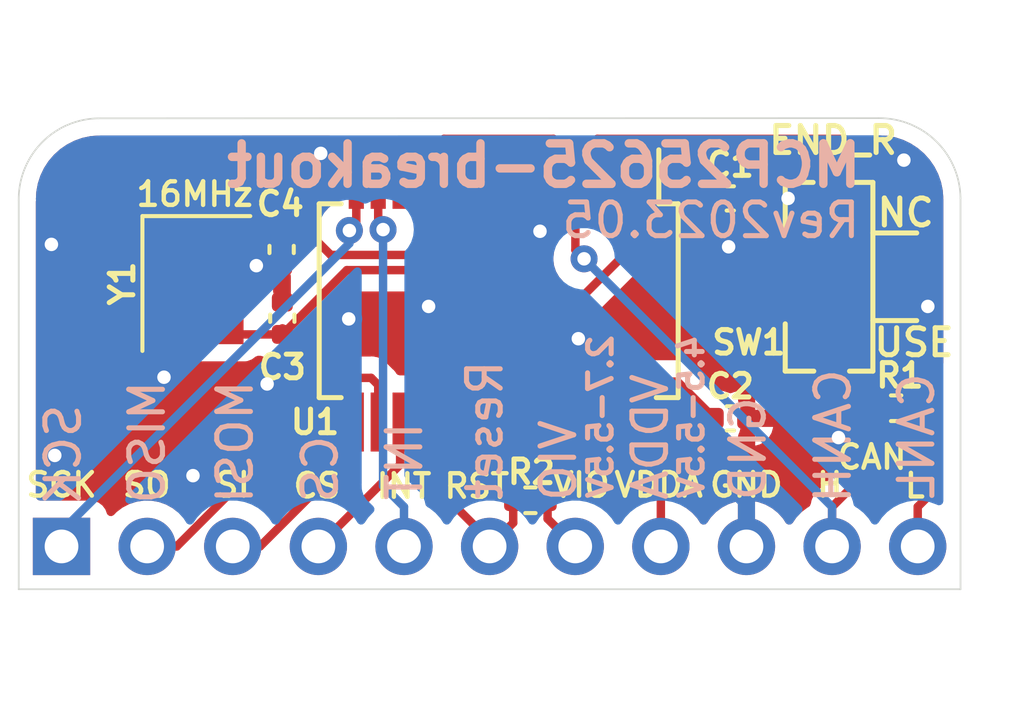
<source format=kicad_pcb>
(kicad_pcb (version 20221018) (generator pcbnew)
  (layers (0 "F.Cu" signal) (31 "B.Cu" signal) (34 "B.Paste" user) (35 "F.Paste" user) (36 "B.SilkS" user "B.Silkscreen") (37 "F.SilkS" user "F.Silkscreen") (38 "B.Mask" user) (39 "F.Mask" user) (44 "Edge.Cuts" user))
  (net 0 "")
  (net 1 "GND")
  (net 2 "/V_IO")
  (net 3 "/V_DDA")
  (net 4 "/CANL")
  (net 5 "/CANH")
  (net 6 "/INT")
  (net 7 "/CS")
  (net 8 "/SI")
  (net 9 "/SO")
  (net 10 "/SCK")
  (net 11 "Net-(U1-Pad21)")
  (net 13 "Net-(U1-Pad20)")
  (net 21 "Net-(R1-Pad2)")
  (net 23 "/RESET")
  (net 24 "Net-(C3-Pad1)")
  (net 25 "Net-(C4-Pad1)")
  (footprint "Capacitor_SMD:C_0402_1005Metric" (layer "F.Cu") (at 157.84 73.675)
    (fp_text reference "C1" (at 0 -1) (layer "F.SilkS") (effects (font (size 0.7 0.7))))
    (fp_text value "0.1u")
    (fp_line (start -0.107836 -0.36) (end 0.107836 -0.36) (stroke (width 0.12)) (layer "F.SilkS"))
    (fp_line (start -0.107836 0.36) (end 0.107836 0.36) (stroke (width 0.12)) (layer "F.SilkS"))
    (pad "1" smd roundrect (at -0.48 0) (size 0.56 0.62) (layers "F.Cu" "F.Paste" "F.Mask") (net 2 "/V_IO"))
    (pad "2" smd roundrect (at 0.48 0) (size 0.56 0.62) (layers "F.Cu" "F.Paste" "F.Mask") (net 1 "GND"))
  )
  (footprint "Capacitor_SMD:C_0402_1005Metric" (layer "F.Cu") (at 157.845 80.2)
    (fp_text reference "C2" (at -0.005 -0.95) (layer "F.SilkS") (effects (font (size 0.7 0.7))))
    (fp_text value "0.1u")
    (fp_line (start -0.107836 -0.36) (end 0.107836 -0.36) (stroke (width 0.12)) (layer "F.SilkS"))
    (fp_line (start -0.107836 0.36) (end 0.107836 0.36) (stroke (width 0.12)) (layer "F.SilkS"))
    (pad "1" smd roundrect (at -0.48 0) (size 0.56 0.62) (layers "F.Cu" "F.Paste" "F.Mask") (net 3 "/V_DDA"))
    (pad "2" smd roundrect (at 0.48 0) (size 0.56 0.62) (layers "F.Cu" "F.Paste" "F.Mask") (net 1 "GND"))
  )
  (footprint "asukiaaa-kicad-footprints:PinHeader_1x11_P2.54mm_Vertical_witout_silk" (layer "F.Cu") (at 138 84 90)
    (fp_text reference "J1" hide)
    (fp_text value "Conn_01x11")
    (pad "1" thru_hole rect (at 0 0 90) (size 1.7 1.7) (drill 1) (layers "*.Cu" "*.Mask") (net 10 "/SCK"))
    (pad "2" thru_hole oval (at 0 2.54 90) (size 1.7 1.7) (drill 1) (layers "*.Cu" "*.Mask") (net 9 "/SO"))
    (pad "3" thru_hole oval (at 0 5.08 90) (size 1.7 1.7) (drill 1) (layers "*.Cu" "*.Mask") (net 8 "/SI"))
    (pad "4" thru_hole oval (at 0 7.62 90) (size 1.7 1.7) (drill 1) (layers "*.Cu" "*.Mask") (net 7 "/CS"))
    (pad "5" thru_hole oval (at 0 10.16 90) (size 1.7 1.7) (drill 1) (layers "*.Cu" "*.Mask") (net 6 "/INT"))
    (pad "6" thru_hole oval (at 0 12.7 90) (size 1.7 1.7) (drill 1) (layers "*.Cu" "*.Mask") (net 23 "/RESET"))
    (pad "7" thru_hole oval (at 0 15.24 90) (size 1.7 1.7) (drill 1) (layers "*.Cu" "*.Mask") (net 2 "/V_IO"))
    (pad "8" thru_hole oval (at 0 17.78 90) (size 1.7 1.7) (drill 1) (layers "*.Cu" "*.Mask") (net 3 "/V_DDA"))
    (pad "9" thru_hole oval (at 0 20.32 90) (size 1.7 1.7) (drill 1) (layers "*.Cu" "*.Mask") (net 1 "GND"))
    (pad "10" thru_hole oval (at 0 22.86 90) (size 1.7 1.7) (drill 1) (layers "*.Cu" "*.Mask") (net 5 "/CANH"))
    (pad "11" thru_hole oval (at 0 25.4 90) (size 1.7 1.7) (drill 1) (layers "*.Cu" "*.Mask") (net 4 "/CANL"))
  )
  (footprint "Resistor_SMD:R_0402_1005Metric" (layer "F.Cu") (at 162.76 79.9)
    (fp_text reference "R1" (at 0.11 -0.97) (layer "F.SilkS") (effects (font (size 0.7 0.7))))
    (fp_text value "120")
    (fp_line (start -0.153641 -0.38) (end 0.153641 -0.38) (stroke (width 0.12)) (layer "F.SilkS"))
    (fp_line (start -0.153641 0.38) (end 0.153641 0.38) (stroke (width 0.12)) (layer "F.SilkS"))
    (pad "1" smd roundrect (at -0.51 0) (size 0.54 0.64) (layers "F.Cu" "F.Paste" "F.Mask") (net 5 "/CANH"))
    (pad "2" smd roundrect (at 0.51 0) (size 0.54 0.64) (layers "F.Cu" "F.Paste" "F.Mask") (net 21 "Net-(R1-Pad2)"))
  )
  (footprint "Package_SO:SSOP-28_5.3x10.2mm_P0.65mm" (layer "F.Cu") (at 150.97 76.71 -90)
    (fp_text reference "U1" (at 3.6 5.45 180) (layer "F.SilkS") (effects (font (size 0.7 0.7))))
    (fp_text value "MCP25625-x-SS")
    (fp_line (start -2.875 -5.325) (end -2.875 -4.75) (stroke (width 0.15)) (layer "F.SilkS"))
    (fp_line (start -2.875 -5.325) (end 2.875 -5.325) (stroke (width 0.15)) (layer "F.SilkS"))
    (fp_line (start -2.875 -4.75) (end -4.475 -4.75) (stroke (width 0.15)) (layer "F.SilkS"))
    (fp_line (start -2.875 5.325) (end -2.875 4.675) (stroke (width 0.15)) (layer "F.SilkS"))
    (fp_line (start -2.875 5.325) (end 2.875 5.325) (stroke (width 0.15)) (layer "F.SilkS"))
    (fp_line (start 2.875 -5.325) (end 2.875 -4.675) (stroke (width 0.15)) (layer "F.SilkS"))
    (fp_line (start 2.875 5.325) (end 2.875 4.675) (stroke (width 0.15)) (layer "F.SilkS"))
    (pad "1" smd rect (at -3.6 -4.225 270) (size 1.75 0.45) (layers "F.Cu" "F.Paste" "F.Mask") (net 2 "/V_IO"))
    (pad "2" smd rect (at -3.6 -3.575 270) (size 1.75 0.45) (layers "F.Cu" "F.Paste" "F.Mask"))
    (pad "3" smd rect (at -3.6 -2.925 270) (size 1.75 0.45) (layers "F.Cu" "F.Paste" "F.Mask") (net 4 "/CANL"))
    (pad "4" smd rect (at -3.6 -2.275 270) (size 1.75 0.45) (layers "F.Cu" "F.Paste" "F.Mask") (net 5 "/CANH"))
    (pad "5" smd rect (at -3.6 -1.625 270) (size 1.75 0.45) (layers "F.Cu" "F.Paste" "F.Mask") (net 1 "GND"))
    (pad "6" smd rect (at -3.6 -0.975 270) (size 1.75 0.45) (layers "F.Cu" "F.Paste" "F.Mask"))
    (pad "7" smd rect (at -3.6 -0.325 270) (size 1.75 0.45) (layers "F.Cu" "F.Paste" "F.Mask"))
    (pad "8" smd rect (at -3.6 0.325 270) (size 1.75 0.45) (layers "F.Cu" "F.Paste" "F.Mask") (net 24 "Net-(C3-Pad1)"))
    (pad "9" smd rect (at -3.6 0.975 270) (size 1.75 0.45) (layers "F.Cu" "F.Paste" "F.Mask") (net 25 "Net-(C4-Pad1)"))
    (pad "10" smd rect (at -3.6 1.625 270) (size 1.75 0.45) (layers "F.Cu" "F.Paste" "F.Mask") (net 1 "GND"))
    (pad "11" smd rect (at -3.6 2.275 270) (size 1.75 0.45) (layers "F.Cu" "F.Paste" "F.Mask"))
    (pad "12" smd rect (at -3.6 2.925 270) (size 1.75 0.45) (layers "F.Cu" "F.Paste" "F.Mask"))
    (pad "13" smd rect (at -3.6 3.575 270) (size 1.75 0.45) (layers "F.Cu" "F.Paste" "F.Mask") (net 6 "/INT"))
    (pad "14" smd rect (at -3.6 4.225 270) (size 1.75 0.45) (layers "F.Cu" "F.Paste" "F.Mask") (net 10 "/SCK"))
    (pad "15" smd rect (at 3.6 4.225 270) (size 1.75 0.45) (layers "F.Cu" "F.Paste" "F.Mask") (net 8 "/SI"))
    (pad "16" smd rect (at 3.6 3.575 270) (size 1.75 0.45) (layers "F.Cu" "F.Paste" "F.Mask") (net 9 "/SO"))
    (pad "17" smd rect (at 3.6 2.925 270) (size 1.75 0.45) (layers "F.Cu" "F.Paste" "F.Mask") (net 7 "/CS"))
    (pad "18" smd rect (at 3.6 2.275 270) (size 1.75 0.45) (layers "F.Cu" "F.Paste" "F.Mask") (net 23 "/RESET"))
    (pad "19" smd rect (at 3.6 1.625 270) (size 1.75 0.45) (layers "F.Cu" "F.Paste" "F.Mask") (net 2 "/V_IO"))
    (pad "20" smd rect (at 3.6 0.975 270) (size 1.75 0.45) (layers "F.Cu" "F.Paste" "F.Mask") (net 13 "Net-(U1-Pad20)"))
    (pad "21" smd rect (at 3.6 0.325 270) (size 1.75 0.45) (layers "F.Cu" "F.Paste" "F.Mask") (net 11 "Net-(U1-Pad21)"))
    (pad "22" smd rect (at 3.6 -0.325 270) (size 1.75 0.45) (layers "F.Cu" "F.Paste" "F.Mask"))
    (pad "23" smd rect (at 3.6 -0.975 270) (size 1.75 0.45) (layers "F.Cu" "F.Paste" "F.Mask"))
    (pad "24" smd rect (at 3.6 -1.625 270) (size 1.75 0.45) (layers "F.Cu" "F.Paste" "F.Mask") (net 13 "Net-(U1-Pad20)"))
    (pad "25" smd rect (at 3.6 -2.275 270) (size 1.75 0.45) (layers "F.Cu" "F.Paste" "F.Mask"))
    (pad "26" smd rect (at 3.6 -2.925 270) (size 1.75 0.45) (layers "F.Cu" "F.Paste" "F.Mask") (net 1 "GND"))
    (pad "27" smd rect (at 3.6 -3.575 270) (size 1.75 0.45) (layers "F.Cu" "F.Paste" "F.Mask") (net 3 "/V_DDA"))
    (pad "28" smd rect (at 3.6 -4.225 270) (size 1.75 0.45) (layers "F.Cu" "F.Paste" "F.Mask") (net 11 "Net-(U1-Pad21)"))
  )
  (footprint "asukiaaa-kicad-footprints:slide_switch_smd" (layer "F.Cu") (at 160.84 76 90)
    (fp_text reference "SW1" (at -1.95 -2.45 180) (layer "F.SilkS") (effects (font (size 0.7 0.7))))
    (fp_text value "SW_Slide_with_cover")
    (fp_line (start -2.8 -1.37) (end -2.8 -0.52324) (stroke (width 0.15)) (layer "F.SilkS"))
    (fp_line (start -2.8 -1.37) (end -1.397 -1.37) (stroke (width 0.15)) (layer "F.SilkS"))
    (fp_line (start -2.8 1.23) (end -2.8 0.53848) (stroke (width 0.15)) (layer "F.SilkS"))
    (fp_line (start -2.8 1.23) (end 2.8 1.23) (stroke (width 0.15)) (layer "F.SilkS"))
    (fp_line (start -1.3 1.23) (end -1.3 2.53) (stroke (width 0.15)) (layer "F.SilkS"))
    (fp_line (start 1.3 1.23) (end 1.3 2.53) (stroke (width 0.15)) (layer "F.SilkS"))
    (fp_line (start 2.8 -1.37) (end 1.40208 -1.37) (stroke (width 0.15)) (layer "F.SilkS"))
    (fp_line (start 2.8 -0.54356) (end 2.8 -1.37) (stroke (width 0.15)) (layer "F.SilkS"))
    (fp_line (start 2.8 1.23) (end 2.8 0.53848) (stroke (width 0.15)) (layer "F.SilkS"))
    (pad "1" smd roundrect (at -1 -1.6 90) (size 0.6 1) (layers "F.Cu" "F.Paste" "F.Mask") (net 21 "Net-(R1-Pad2)"))
    (pad "2" smd roundrect (at 0 -1.6 90) (size 0.6 1) (layers "F.Cu" "F.Paste" "F.Mask") (net 4 "/CANL"))
    (pad "3" smd roundrect (at 1 -1.6 90) (size 0.6 1) (layers "F.Cu" "F.Paste" "F.Mask"))
    (pad "4" smd roundrect (at -3.15 0 90) (size 1 0.9) (layers "F.Cu" "F.Paste" "F.Mask") (net 1 "GND"))
    (pad "4" smd roundrect (at 3.15 0 90) (size 1 0.9) (layers "F.Cu" "F.Paste" "F.Mask") (net 1 "GND"))
  )
  (footprint "Capacitor_SMD:C_0402_1005Metric" (layer "F.Cu") (at 144.53 75.19 -90)
    (fp_text reference "C4" (at -1.35 0.04 180) (layer "F.SilkS") (effects (font (size 0.7 0.7))))
    (fp_text value "22pf")
    (fp_line (start -0.107836 -0.36) (end 0.107836 -0.36) (stroke (width 0.12)) (layer "F.SilkS"))
    (fp_line (start -0.107836 0.36) (end 0.107836 0.36) (stroke (width 0.12)) (layer "F.SilkS"))
    (pad "1" smd roundrect (at -0.48 0 270) (size 0.56 0.62) (layers "F.Cu" "F.Paste" "F.Mask") (net 25 "Net-(C4-Pad1)"))
    (pad "2" smd roundrect (at 0.48 0 270) (size 0.56 0.62) (layers "F.Cu" "F.Paste" "F.Mask") (net 1 "GND"))
  )
  (footprint "Capacitor_SMD:C_0402_1005Metric" (layer "F.Cu") (at 144.55 77.23 90)
    (fp_text reference "C3" (at -1.45 0 180) (layer "F.SilkS") (effects (font (size 0.7 0.7))))
    (fp_text value "22pf")
    (fp_line (start -0.107836 -0.36) (end 0.107836 -0.36) (stroke (width 0.12)) (layer "F.SilkS"))
    (fp_line (start -0.107836 0.36) (end 0.107836 0.36) (stroke (width 0.12)) (layer "F.SilkS"))
    (pad "1" smd roundrect (at -0.48 0 90) (size 0.56 0.62) (layers "F.Cu" "F.Paste" "F.Mask") (net 24 "Net-(C3-Pad1)"))
    (pad "2" smd roundrect (at 0.48 0 90) (size 0.56 0.62) (layers "F.Cu" "F.Paste" "F.Mask") (net 1 "GND"))
  )
  (footprint "Crystal:Crystal_SMD_SeikoEpson_FA238-4Pin_3.2x2.5mm" (layer "F.Cu") (at 142 76.2 -90)
    (fp_text reference "Y1" (at 0 2.2 -90) (layer "F.SilkS") (effects (font (size 0.7 0.7))))
    (fp_text value "Crystal_GND24_16MHz")
    (fp_line (start -2 -1.6) (end -2 1.6) (stroke (width 0.12)) (layer "F.SilkS"))
    (fp_line (start -2 1.6) (end 2 1.6) (stroke (width 0.12)) (layer "F.SilkS"))
    (pad "1" smd rect (at -1.1 0.8 270) (size 1.4 1.2) (layers "F.Cu" "F.Paste" "F.Mask") (net 25 "Net-(C4-Pad1)"))
    (pad "2" smd rect (at 1.1 0.8 270) (size 1.4 1.2) (layers "F.Cu" "F.Paste" "F.Mask") (net 1 "GND"))
    (pad "3" smd rect (at 1.1 -0.8 270) (size 1.4 1.2) (layers "F.Cu" "F.Paste" "F.Mask") (net 24 "Net-(C3-Pad1)"))
    (pad "4" smd rect (at -1.1 -0.8 270) (size 1.4 1.2) (layers "F.Cu" "F.Paste" "F.Mask") (net 1 "GND"))
  )
  (footprint "Resistor_SMD:R_0402_1005Metric" (layer "F.Cu") (at 151.91 82.63 180)
    (fp_text reference "R2" (at -0.03 0.84) (layer "F.SilkS") (effects (font (size 0.7 0.7))))
    (fp_text value "10k")
    (fp_line (start -0.153641 -0.38) (end 0.153641 -0.38) (stroke (width 0.12)) (layer "F.SilkS"))
    (fp_line (start -0.153641 0.38) (end 0.153641 0.38) (stroke (width 0.12)) (layer "F.SilkS"))
    (pad "1" smd roundrect (at -0.51 0 180) (size 0.54 0.64) (layers "F.Cu" "F.Paste" "F.Mask") (net 2 "/V_IO"))
    (pad "2" smd roundrect (at 0.51 0 180) (size 0.54 0.64) (layers "F.Cu" "F.Paste" "F.Mask") (net 23 "/RESET"))
  )
  (gr_line (start 136.73 73.73) (end 136.73 85.27) (stroke (width 0.05)) (layer "Edge.Cuts"))
  (gr_arc (start 162.235 71.295) (mid 163.944379 71.978195) (end 164.67 73.67) (stroke (width 0.05)) (layer "Edge.Cuts"))
  (gr_line (start 162.235 71.295) (end 139.1 71.3) (stroke (width 0.05)) (layer "Edge.Cuts"))
  (gr_line (start 136.73 85.27) (end 164.67 85.27) (stroke (width 0.05)) (layer "Edge.Cuts"))
  (gr_line (start 164.67 85.27) (end 164.67 73.67) (stroke (width 0.05)) (layer "Edge.Cuts"))
  (gr_arc (start 136.73 73.73) (mid 137.411731 72.024157) (end 139.1 71.3) (stroke (width 0.05)) (layer "Edge.Cuts"))
  (gr_text "Rev2023.05" (at 157.265 74.325) (layer "B.SilkS") (effects (font (size 1 1)) (justify mirror)))
  (gr_text "SCK" (at 138.05 81.275 90) (layer "B.SilkS") (effects (font (size 1 1)) (justify mirror)))
  (gr_text "4.5-5.5V" (at 156.69 80.15 90) (layer "B.SilkS") (effects (font (size 0.7 0.7)) (justify mirror)))
  (gr_text "2.7-5.5V" (at 153.99 80.15 90) (layer "B.SilkS") (effects (font (size 0.7 0.7)) (justify mirror)))
  (gr_text "Reset" (at 150.56 80.54 90) (layer "B.SilkS") (effects (font (size 1 1)) (justify mirror)))
  (gr_text "INT" (at 148.175 81.475 90) (layer "B.SilkS") (effects (font (size 1 1)) (justify mirror)))
  (gr_text "MOSI" (at 143.15 80.9 90) (layer "B.SilkS") (effects (font (size 1 1)) (justify mirror)))
  (gr_text "VDDA" (at 155.465 80.75 90) (layer "B.SilkS") (effects (font (size 1 1)) (justify mirror)))
  (gr_text "GND" (at 158.365 81.1 90) (layer "B.SilkS") (effects (font (size 1 1)) (justify mirror)))
  (gr_text "VIO" (at 152.74 81.45 90) (layer "B.SilkS") (effects (font (size 1 1)) (justify mirror)))
  (gr_text "MCP25625-breakout" (at 152.315 72.7) (layer "B.SilkS") (effects (font (size 1.2 1.2) (thickness 0.25)) (justify mirror)))
  (gr_text "CANL" (at 163.365 80.725 90) (layer "B.SilkS") (effects (font (size 1 1)) (justify mirror)))
  (gr_text "CANH" (at 160.89 80.725 90) (layer "B.SilkS") (effects (font (size 1 1)) (justify mirror)))
  (gr_text "CS" (at 145.675 81.7 90) (layer "B.SilkS") (effects (font (size 1 1)) (justify mirror)))
  (gr_text "MISO" (at 140.54 80.91 90) (layer "B.SilkS") (effects (font (size 1 1)) (justify mirror)))
  (gr_text "CAN" (at 162.04 81.35) (layer "F.SilkS") (effects (font (size 0.7 0.7) (thickness 0.13))))
  (gr_text "NC" (at 163.04 74.1) (layer "F.SilkS") (effects (font (size 0.8 0.8))))
  (gr_text "USE" (at 163.29 77.95) (layer "F.SilkS") (effects (font (size 0.8 0.8))))
  (gr_text "RST" (at 150.32 82.21) (layer "F.SilkS") (effects (font (size 0.7 0.7) (thickness 0.13))))
  (gr_text "16MHz" (at 141.95 73.55) (layer "F.SilkS") (effects (font (size 0.7 0.7) (thickness 0.13))))
  (gr_text "CS" (at 145.575 82.2) (layer "F.SilkS") (effects (font (size 0.7 0.7) (thickness 0.13))))
  (gr_text "END_R" (at 160.89 71.95) (layer "F.SilkS") (effects (font (size 0.8 0.8))))
  (gr_text "SCK" (at 138 82.175) (layer "F.SilkS") (effects (font (size 0.7 0.7) (thickness 0.13))))
  (gr_text "GND" (at 158.315 82.175) (layer "F.SilkS") (effects (font (size 0.7 0.7) (thickness 0.13))))
  (gr_text "INT" (at 148.16 82.21) (layer "F.SilkS") (effects (font (size 0.7 0.7) (thickness 0.13))))
  (gr_text "L" (at 163.315 82.2) (layer "F.SilkS") (effects (font (size 0.7 0.7) (thickness 0.13))))
  (gr_text "H" (at 160.79 82.175) (layer "F.SilkS") (effects (font (size 0.7 0.7) (thickness 0.13))))
  (gr_text "SI" (at 143.075 82.175) (layer "F.SilkS") (effects (font (size 0.7 0.7) (thickness 0.13))))
  (gr_text "SO" (at 140.525 82.175) (layer "F.SilkS") (effects (font (size 0.7 0.7) (thickness 0.13))))
  (gr_text "VIO" (at 153.42 82.18) (layer "F.SilkS") (effects (font (size 0.7 0.7) (thickness 0.13))))
  (gr_text "VDDA" (at 155.715 82.175) (layer "F.SilkS") (effects (font (size 0.7 0.7) (thickness 0.13))))
  (segment (start 158.32 73.675) (end 160.015 73.675) (width 0.25) (layer "F.Cu") (net 1))
  (segment (start 158.325 80.2) (end 158.325 82.8197) (width 0.25) (layer "F.Cu") (net 1))
  (segment (start 158.325 82.8197) (end 158.32 82.8247) (width 0.25) (layer "F.Cu") (net 1))
  (segment (start 142.8 75.45) (end 142.8 75.1) (width 0.25) (layer "F.Cu") (net 1))
  (segment (start 152.595 74.3103) (end 152.5347 74.3103) (width 0.25) (layer "F.Cu") (net 1))
  (segment (start 160.015 73.675) (end 160.84 72.85) (width 0.25) (layer "F.Cu") (net 1))
  (segment (start 153.9082 79.1097) (end 153.895 79.1097) (width 0.25) (layer "F.Cu") (net 1))
  (segment (start 153.895 78.3997) (end 153.33265 77.83735) (width 0.25) (layer "F.Cu") (net 1))
  (segment (start 152.595 71.9097) (end 149.345 71.9097) (width 0.25) (layer "F.Cu") (net 1))
  (segment (start 141.2 77.05) (end 142.8 75.45) (width 0.25) (layer "F.Cu") (net 1))
  (segment (start 158.32 73.675) (end 158.32 77.2206) (width 0.25) (layer "F.Cu") (net 1))
  (segment (start 149.345 73.11) (end 149.345 71.9097) (width 0.25) (layer "F.Cu") (net 1))
  (segment (start 152.595 73.11) (end 152.595 71.9097) (width 0.25) (layer "F.Cu") (net 1))
  (segment (start 158.32 77.2206) (end 157.0261 78.5145) (width 0.25) (layer "F.Cu") (net 1))
  (segment (start 141.2 77.3) (end 141.2 77.05) (width 0.25) (layer "F.Cu") (net 1))
  (segment (start 144.53 76.73) (end 144.55 76.75) (width 0.25) (layer "F.Cu") (net 1))
  (segment (start 143.78 75.67) (end 143.37 75.67) (width 0.25) (layer "F.Cu") (net 1))
  (segment (start 152.595 73.11) (end 152.595 74.3103) (width 0.25) (layer "F.Cu") (net 1))
  (segment (start 144.53 75.67) (end 144.53 76.73) (width 0.25) (layer "F.Cu") (net 1))
  (segment (start 157.0261 78.5145) (end 156.8812 78.6594) (width 0.25) (layer "F.Cu") (net 1))
  (segment (start 144.53 75.67) (end 143.78 75.67) (width 0.25) (layer "F.Cu") (net 1))
  (segment (start 152.5347 74.3103) (end 152.1945 74.6505) (width 0.25) (layer "F.Cu") (net 1))
  (segment (start 153.9082 79.1096) (end 153.9082 79.1097) (width 0.25) (layer "F.Cu") (net 1))
  (segment (start 158.32 84) (end 158.32 82.8247) (width 0.25) (layer "F.Cu") (net 1))
  (segment (start 153.895 80.31) (end 153.895 79.1097) (width 0.25) (layer "F.Cu") (net 1))
  (segment (start 153.895 80.31) (end 153.895 78.3997) (width 0.25) (layer "F.Cu") (net 1))
  (segment (start 143.37 75.67) (end 142.8 75.1) (width 0.25) (layer "F.Cu") (net 1))
  (via (at 157.79 75.11) (size 0.8) (drill 0.4) (layers "F.Cu" "B.Cu") (net 1))
  (via (at 145.69 72.34) (size 0.8) (drill 0.4) (layers "F.Cu" "B.Cu") (net 1))
  (via (at 144.1 79.18) (size 0.8) (drill 0.4) (layers "F.Cu" "B.Cu") (net 1))
  (via (at 148.89 76.88) (size 0.8) (drill 0.4) (layers "F.Cu" "B.Cu") (net 1))
  (via (at 141.9 81.9) (size 0.8) (drill 0.4) (layers "F.Cu" "B.Cu") (net 1))
  (via (at 153.33265 77.83735) (size 0.8) (drill 0.4) (layers "F.Cu" "B.Cu") (net 1))
  (via (at 143.78 75.67) (size 0.8) (drill 0.4) (layers "F.Cu" "B.Cu") (net 1))
  (via (at 162.99 72.54) (size 0.8) (drill 0.4) (layers "F.Cu" "B.Cu") (net 1))
  (via (at 163.7 76.88) (size 0.8) (drill 0.4) (layers "F.Cu" "B.Cu") (net 1))
  (via (at 137.8 81.3) (size 0.8) (drill 0.4) (layers "F.Cu" "B.Cu") (net 1))
  (via (at 161.05 80.77) (size 0.8) (drill 0.4) (layers "F.Cu" "B.Cu") (net 1))
  (via (at 146.52 77.25) (size 0.8) (drill 0.4) (layers "F.Cu" "B.Cu") (net 1))
  (via (at 152.1945 74.6505) (size 0.8) (drill 0.4) (layers "F.Cu" "B.Cu") (net 1))
  (via (at 141.04 78.98) (size 0.8) (drill 0.4) (layers "F.Cu" "B.Cu") (net 1))
  (via (at 159.555 73.675) (size 0.8) (drill 0.4) (layers "F.Cu" "B.Cu") (net 1))
  (via (at 137.7 75.04) (size 0.8) (drill 0.4) (layers "F.Cu" "B.Cu") (net 1))
  (segment (start 153.33265 77.83735) (end 152.1945 76.6992) (width 0.25) (layer "B.Cu") (net 1))
  (segment (start 158.32 82.8247) (end 153.33265 77.83735) (width 0.25) (layer "B.Cu") (net 1))
  (segment (start 158.32 84) (end 158.32 82.8247) (width 0.25) (layer "B.Cu") (net 1))
  (segment (start 152.1945 76.6992) (end 152.1945 74.6505) (width 0.25) (layer "B.Cu") (net 1))
  (segment (start 149.345 79.0724) (end 149.7884 78.629) (width 0.25) (layer "F.Cu") (net 2))
  (segment (start 149.8047 81.97) (end 151.76 81.97) (width 0.25) (layer "F.Cu") (net 2))
  (segment (start 149.7884 78.629) (end 151.411 78.629) (width 0.25) (layer "F.Cu") (net 2))
  (segment (start 156.8371 74.1979) (end 155.195 74.1979) (width 0.25) (layer "F.Cu") (net 2))
  (segment (start 157.36 73.675) (end 156.8371 74.1979) (width 0.25) (layer "F.Cu") (net 2))
  (segment (start 155.195 74.845) (end 155.195 74.1979) (width 0.25) (layer "F.Cu") (net 2))
  (segment (start 152.42 83.18) (end 153.24 84) (width 0.25) (layer "F.Cu") (net 2))
  (segment (start 151.411 78.629) (end 155.195 74.845) (width 0.25) (layer "F.Cu") (net 2))
  (segment (start 149.345 80.31) (end 149.345 81.5103) (width 0.25) (layer "F.Cu") (net 2))
  (segment (start 155.195 73.11) (end 155.195 74.1979) (width 0.25) (layer "F.Cu") (net 2))
  (segment (start 149.345 80.31) (end 149.345 79.0724) (width 0.25) (layer "F.Cu") (net 2))
  (segment (start 151.76 81.97) (end 152.42 82.63) (width 0.25) (layer "F.Cu") (net 2))
  (segment (start 149.345 81.5103) (end 149.8047 81.97) (width 0.25) (layer "F.Cu") (net 2))
  (segment (start 152.42 82.63) (end 152.42 83.18) (width 0.25) (layer "F.Cu") (net 2))
  (segment (start 156.2747 79.1097) (end 157.365 80.2) (width 0.25) (layer "F.Cu") (net 3))
  (segment (start 157.365 80.2) (end 155.78 81.785) (width 0.25) (layer "F.Cu") (net 3))
  (segment (start 154.545 80.31) (end 154.545 79.1097) (width 0.25) (layer "F.Cu") (net 3))
  (segment (start 154.545 79.1097) (end 156.2747 79.1097) (width 0.25) (layer "F.Cu") (net 3))
  (segment (start 155.78 81.785) (end 155.78 84) (width 0.25) (layer "F.Cu") (net 3))
  (segment (start 161.1789 71.9097) (end 161.6514 72.3822) (width 0.25) (layer "F.Cu") (net 4))
  (segment (start 153.895 71.9097) (end 161.1789 71.9097) (width 0.25) (layer "F.Cu") (net 4))
  (segment (start 161.6514 72.3822) (end 161.6514 74.7653) (width 0.25) (layer "F.Cu") (net 4))
  (segment (start 163.4 84) (end 163.4 82.8247) (width 0.25) (layer "F.Cu") (net 4))
  (segment (start 153.895 73.11) (end 153.895 71.9097) (width 0.25) (layer "F.Cu") (net 4))
  (segment (start 163.8835 82.3412) (end 163.8835 79.4668) (width 0.25) (layer "F.Cu") (net 4))
  (segment (start 163.8835 79.4668) (end 160.4167 76) (width 0.25) (layer "F.Cu") (net 4))
  (segment (start 161.6514 74.7653) (end 160.4167 76) (width 0.25) (layer "F.Cu") (net 4))
  (segment (start 163.4 82.8247) (end 163.8835 82.3412) (width 0.25) (layer "F.Cu") (net 4))
  (segment (start 160.4167 76) (end 159.24 76) (width 0.25) (layer "F.Cu") (net 4))
  (segment (start 160.86 84) (end 160.86 82.8247) (width 0.25) (layer "F.Cu") (net 5))
  (segment (start 153.245 75.2097) (end 153.245 73.11) (width 0.25) (layer "F.Cu") (net 5))
  (segment (start 162.25 81.4347) (end 160.86 82.8247) (width 0.25) (layer "F.Cu") (net 5))
  (segment (start 162.25 79.9) (end 162.25 81.4347) (width 0.25) (layer "F.Cu") (net 5))
  (segment (start 153.50265 75.46735) (end 153.245 75.2097) (width 0.25) (layer "F.Cu") (net 5))
  (via (at 153.50265 75.46735) (size 0.8) (drill 0.4) (layers "F.Cu" "B.Cu") (net 5))
  (segment (start 160.86 82.8247) (end 160.86 84) (width 0.25) (layer "B.Cu") (net 5))
  (segment (start 153.50265 75.46735) (end 160.86 82.8247) (width 0.25) (layer "B.Cu") (net 5))
  (segment (start 147.395 74.4564) (end 147.539 74.6004) (width 0.25) (layer "F.Cu") (net 6))
  (segment (start 147.395 73.11) (end 147.395 74.4564) (width 0.25) (layer "F.Cu") (net 6))
  (via (at 147.539 74.6004) (size 0.8) (drill 0.4) (layers "F.Cu" "B.Cu") (net 6))
  (segment (start 147.539 74.6004) (end 147.539 82.2037) (width 0.25) (layer "B.Cu") (net 6))
  (segment (start 147.539 82.2037) (end 148.16 82.8247) (width 0.25) (layer "B.Cu") (net 6))
  (segment (start 148.16 84) (end 148.16 82.8247) (width 0.25) (layer "B.Cu") (net 6))
  (segment (start 148.045 80.31) (end 148.045 81.575) (width 0.25) (layer "F.Cu") (net 7))
  (segment (start 148.045 81.575) (end 145.62 84) (width 0.25) (layer "F.Cu") (net 7))
  (segment (start 143.888 84) (end 146.3777 81.5103) (width 0.25) (layer "F.Cu") (net 8))
  (segment (start 146.3777 81.5103) (end 146.745 81.5103) (width 0.25) (layer "F.Cu") (net 8))
  (segment (start 146.745 81.5103) (end 146.745 80.31) (width 0.25) (layer "F.Cu") (net 8))
  (segment (start 143.08 84) (end 143.888 84) (width 0.25) (layer "F.Cu") (net 8))
  (segment (start 141.4177 84) (end 146.4177 79) (width 0.25) (layer "F.Cu") (net 9))
  (segment (start 147.185 79) (end 147.395 79.21) (width 0.25) (layer "F.Cu") (net 9))
  (segment (start 146.4177 79) (end 147.185 79) (width 0.25) (layer "F.Cu") (net 9))
  (segment (start 147.395 79.21) (end 147.395 80.31) (width 0.25) (layer "F.Cu") (net 9))
  (segment (start 140.54 84) (end 141.4177 84) (width 0.25) (layer "F.Cu") (net 9))
  (segment (start 146.745 74.422879) (end 146.745 73.11) (width 0.25) (layer "F.Cu") (net 10))
  (segment (start 146.539879 74.628) (end 146.745 74.422879) (width 0.25) (layer "F.Cu") (net 10))
  (via (at 146.539879 74.628) (size 0.8) (drill 0.4) (layers "F.Cu" "B.Cu") (net 10))
  (segment (start 146.539879 75.010121) (end 138 83.55) (width 0.25) (layer "B.Cu") (net 10))
  (segment (start 138 83.55) (end 138 84) (width 0.25) (layer "B.Cu") (net 10))
  (segment (start 146.539879 74.628) (end 146.539879 75.010121) (width 0.25) (layer "B.Cu") (net 10))
  (segment (start 150.645 80.31) (end 150.645 81.5103) (width 0.25) (layer "F.Cu") (net 11))
  (segment (start 155.195 80.31) (end 155.195 81.5103) (width 0.25) (layer "F.Cu") (net 11))
  (segment (start 150.645 81.5103) (end 155.195 81.5103) (width 0.25) (layer "F.Cu") (net 11))
  (segment (start 149.995 79.1097) (end 152.595 79.1097) (width 0.25) (layer "F.Cu") (net 13))
  (segment (start 152.595 80.31) (end 152.595 79.1097) (width 0.25) (layer "F.Cu") (net 13))
  (segment (start 149.995 80.31) (end 149.995 79.1097) (width 0.25) (layer "F.Cu") (net 13))
  (segment (start 160.37 77) (end 159.24 77) (width 0.25) (layer "F.Cu") (net 21))
  (segment (start 163.27 79.9) (end 160.37 77) (width 0.25) (layer "F.Cu") (net 21))
  (segment (start 150.7 84) (end 150.7 83.83) (width 0.25) (layer "F.Cu") (net 23))
  (segment (start 148.695 81.825) (end 148.695 80.31) (width 0.25) (layer "F.Cu") (net 23))
  (segment (start 150.7 83.83) (end 148.695 81.825) (width 0.25) (layer "F.Cu") (net 23))
  (segment (start 151.4 83.3) (end 150.7 84) (width 0.25) (layer "F.Cu") (net 23))
  (segment (start 151.4 82.63) (end 151.4 83.3) (width 0.25) (layer "F.Cu") (net 23))
  (segment (start 150.645 74.29671) (end 150.645 73.11) (width 0.25) (layer "F.Cu") (net 24))
  (segment (start 144.55 77.71) (end 143.21 77.71) (width 0.25) (layer "F.Cu") (net 24))
  (segment (start 149.1392 75.80251) (end 150.645 74.29671) (width 0.25) (layer "F.Cu") (net 24))
  (segment (start 149.13919 75.8025) (end 149.1392 75.80251) (width 0.25) (layer "F.Cu") (net 24))
  (segment (start 146.465109 75.8025) (end 149.13919 75.8025) (width 0.25) (layer "F.Cu") (net 24))
  (segment (start 143.21 77.71) (end 142.8 77.3) (width 0.25) (layer "F.Cu") (net 24))
  (segment (start 144.557609 77.53) (end 144.55 77.53) (width 0.25) (layer "F.Cu") (net 24))
  (segment (start 144.557609 77.71) (end 146.465109 75.8025) (width 0.25) (layer "F.Cu") (net 24))
  (segment (start 144.55 77.71) (end 144.557609 77.71) (width 0.25) (layer "F.Cu") (net 24))
  (segment (start 145.9867 75.3525) (end 145.3442 74.71) (width 0.25) (layer "F.Cu") (net 25))
  (segment (start 141.275 74.075) (end 143.895 74.075) (width 0.25) (layer "F.Cu") (net 25))
  (segment (start 141.2 74.15) (end 141.275 74.075) (width 0.25) (layer "F.Cu") (net 25))
  (segment (start 149.995 74.3103) (end 148.9528 75.3525) (width 0.25) (layer "F.Cu") (net 25))
  (segment (start 149.995 73.11) (end 149.995 74.3103) (width 0.25) (layer "F.Cu") (net 25))
  (segment (start 148.9528 75.3525) (end 145.9867 75.3525) (width 0.25) (layer "F.Cu") (net 25))
  (segment (start 141.2 75.1) (end 141.2 74.15) (width 0.25) (layer "F.Cu") (net 25))
  (segment (start 145.3442 74.71) (end 144.53 74.71) (width 0.25) (layer "F.Cu") (net 25))
  (segment (start 143.895 74.075) (end 144.53 74.71) (width 0.25) (layer "F.Cu") (net 25))
  (zone (net 1) (net_name "GND") (layer "F.Cu") (connect_pads (clearance 0.508)) (min_thickness 0.254) (fill yes (thermal_gap 0.508) (thermal_bridge_width 0.508))
    (polygon (pts (xy 165.04 85.7) (xy 136.66 85.6925) (xy 136.86 71.0675) (xy 165.265 71.075)))
  )
  (zone (net 1) (net_name "GND") (layer "B.Cu") (connect_pads (clearance 0.508)) (min_thickness 0.254) (fill yes (thermal_gap 0.508) (thermal_bridge_width 0.508))
    (polygon (pts (xy 165.04 85.7) (xy 136.62 85.6925) (xy 136.82 71.0675) (xy 165.265 71.075)))
  )
)
</source>
